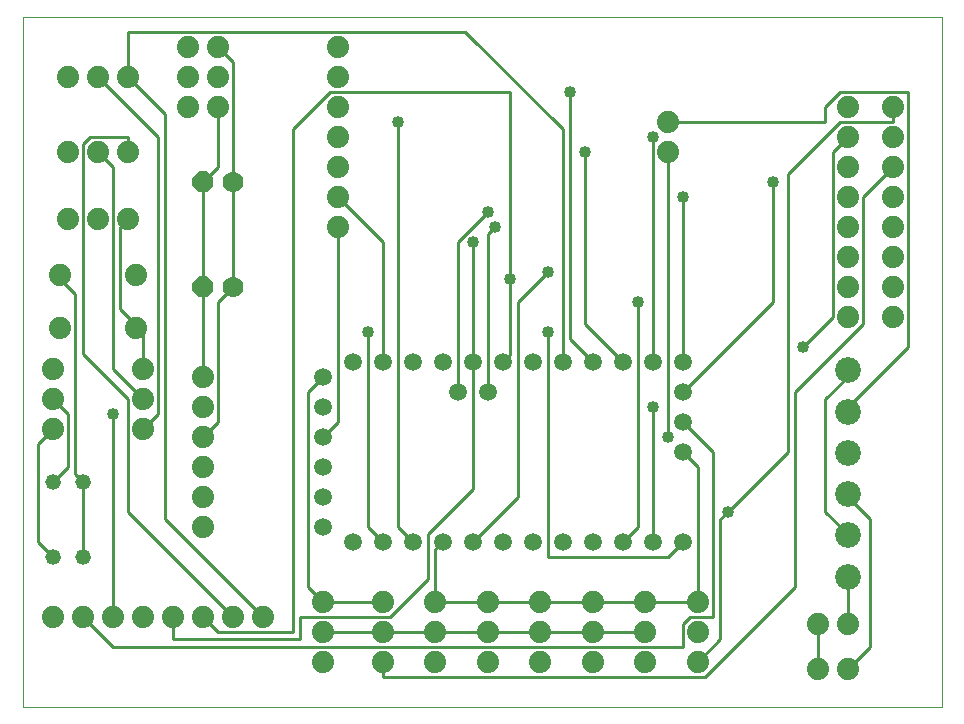
<source format=gtl>
G75*
%MOIN*%
%OFA0B0*%
%FSLAX25Y25*%
%IPPOS*%
%LPD*%
%AMOC8*
5,1,8,0,0,1.08239X$1,22.5*
%
%ADD10C,0.00000*%
%ADD11C,0.08600*%
%ADD12C,0.05200*%
%ADD13C,0.05937*%
%ADD14C,0.07400*%
%ADD15OC8,0.07000*%
%ADD16C,0.07000*%
%ADD17C,0.01000*%
%ADD18C,0.04000*%
D10*
X0001000Y0002367D02*
X0001000Y0232327D01*
X0307201Y0232327D01*
X0307201Y0002367D01*
X0001000Y0002367D01*
D11*
X0276000Y0045674D03*
X0276000Y0059453D03*
X0276000Y0073174D03*
X0276000Y0086953D03*
X0276000Y0100674D03*
X0276000Y0114453D03*
D12*
X0021000Y0077367D03*
X0011000Y0077367D03*
X0011000Y0052367D03*
X0021000Y0052367D03*
D13*
X0101000Y0062367D03*
X0101000Y0072367D03*
X0101000Y0082367D03*
X0101000Y0092367D03*
X0101000Y0102367D03*
X0101000Y0112367D03*
X0111000Y0117367D03*
X0121000Y0117367D03*
X0131000Y0117367D03*
X0141000Y0117367D03*
X0151000Y0117367D03*
X0161000Y0117367D03*
X0171000Y0117367D03*
X0181000Y0117367D03*
X0191000Y0117367D03*
X0201000Y0117367D03*
X0211000Y0117367D03*
X0221000Y0117367D03*
X0221000Y0107367D03*
X0221000Y0097367D03*
X0221000Y0087367D03*
X0221000Y0057367D03*
X0211000Y0057367D03*
X0201000Y0057367D03*
X0191000Y0057367D03*
X0181000Y0057367D03*
X0171000Y0057367D03*
X0161000Y0057367D03*
X0151000Y0057367D03*
X0141000Y0057367D03*
X0131000Y0057367D03*
X0121000Y0057367D03*
X0111000Y0057367D03*
X0146000Y0107367D03*
X0156000Y0107367D03*
D14*
X0106000Y0162367D03*
X0106000Y0172367D03*
X0106000Y0182367D03*
X0106000Y0192367D03*
X0106000Y0202367D03*
X0106000Y0212367D03*
X0106000Y0222367D03*
X0066000Y0222367D03*
X0056000Y0222367D03*
X0056000Y0212367D03*
X0066000Y0212367D03*
X0066000Y0202367D03*
X0056000Y0202367D03*
X0036000Y0212367D03*
X0026000Y0212367D03*
X0016000Y0212367D03*
X0016000Y0187367D03*
X0026000Y0187367D03*
X0036000Y0187367D03*
X0036000Y0164867D03*
X0026000Y0164867D03*
X0016000Y0164867D03*
X0013200Y0146267D03*
X0013200Y0128467D03*
X0011000Y0114867D03*
X0011000Y0104867D03*
X0011000Y0094867D03*
X0041000Y0094867D03*
X0041000Y0104867D03*
X0041000Y0114867D03*
X0038800Y0128467D03*
X0038800Y0146267D03*
X0061000Y0112367D03*
X0061000Y0102367D03*
X0061000Y0092367D03*
X0061000Y0082367D03*
X0061000Y0072367D03*
X0061000Y0062367D03*
X0061000Y0032367D03*
X0051000Y0032367D03*
X0041000Y0032367D03*
X0031000Y0032367D03*
X0021000Y0032367D03*
X0011000Y0032367D03*
X0071000Y0032367D03*
X0081000Y0032367D03*
X0101000Y0037367D03*
X0101000Y0027367D03*
X0101000Y0017367D03*
X0121000Y0017367D03*
X0121000Y0027367D03*
X0121000Y0037367D03*
X0138500Y0037367D03*
X0138500Y0027367D03*
X0138500Y0017367D03*
X0156000Y0017367D03*
X0156000Y0027367D03*
X0156000Y0037367D03*
X0173500Y0037367D03*
X0173500Y0027367D03*
X0173500Y0017367D03*
X0191000Y0017367D03*
X0191000Y0027367D03*
X0191000Y0037367D03*
X0208500Y0037367D03*
X0208500Y0027367D03*
X0208500Y0017367D03*
X0226000Y0017367D03*
X0226000Y0027367D03*
X0226000Y0037367D03*
X0266000Y0029867D03*
X0276000Y0029867D03*
X0276000Y0014867D03*
X0266000Y0014867D03*
X0276000Y0132367D03*
X0276000Y0142367D03*
X0276000Y0152367D03*
X0276000Y0162367D03*
X0276000Y0172367D03*
X0276000Y0182367D03*
X0276000Y0192367D03*
X0276000Y0202367D03*
X0291000Y0202367D03*
X0291000Y0192367D03*
X0291000Y0182367D03*
X0291000Y0172367D03*
X0291000Y0162367D03*
X0291000Y0152367D03*
X0291000Y0142367D03*
X0291000Y0132367D03*
X0216000Y0187367D03*
X0216000Y0197367D03*
D15*
X0061000Y0177367D03*
X0061000Y0142367D03*
D16*
X0071000Y0142367D03*
X0071000Y0177367D03*
D17*
X0071000Y0217367D01*
X0066000Y0222367D01*
X0066000Y0202367D02*
X0066000Y0182367D01*
X0061000Y0177367D01*
X0061000Y0142367D01*
X0061000Y0112367D01*
X0046000Y0099867D02*
X0046000Y0192367D01*
X0026000Y0212367D01*
X0036000Y0212367D02*
X0036000Y0227367D01*
X0148500Y0227367D01*
X0181000Y0194867D01*
X0181000Y0117367D01*
X0183500Y0124867D02*
X0183500Y0207367D01*
X0163500Y0207367D02*
X0163500Y0144867D01*
X0163500Y0119867D01*
X0161000Y0117367D01*
X0151000Y0117367D02*
X0151000Y0157367D01*
X0146000Y0157367D02*
X0146000Y0107367D01*
X0156000Y0107367D02*
X0156000Y0159867D01*
X0158500Y0162367D01*
X0156000Y0167367D02*
X0146000Y0157367D01*
X0121000Y0157367D02*
X0121000Y0117367D01*
X0116000Y0127367D02*
X0116000Y0062367D01*
X0121000Y0057367D01*
X0126000Y0062367D02*
X0126000Y0197367D01*
X0103500Y0207367D02*
X0163500Y0207367D01*
X0188500Y0187367D02*
X0188500Y0129867D01*
X0201000Y0117367D01*
X0211000Y0117367D02*
X0211000Y0192367D01*
X0216000Y0197367D02*
X0268500Y0197367D01*
X0268500Y0202367D01*
X0273500Y0207367D01*
X0296000Y0207367D01*
X0296000Y0122367D01*
X0276000Y0102367D01*
X0276000Y0100674D01*
X0268500Y0104867D02*
X0268500Y0067367D01*
X0276000Y0059867D01*
X0276000Y0059453D01*
X0283500Y0064867D02*
X0276000Y0072367D01*
X0276000Y0073174D01*
X0283500Y0064867D02*
X0283500Y0022367D01*
X0276000Y0014867D01*
X0266000Y0014867D02*
X0266000Y0029867D01*
X0276000Y0029867D02*
X0276000Y0045674D01*
X0258500Y0042367D02*
X0228500Y0012367D01*
X0121000Y0012367D01*
X0121000Y0017367D01*
X0121000Y0027367D02*
X0138500Y0027367D01*
X0156000Y0027367D01*
X0173500Y0027367D01*
X0191000Y0027367D01*
X0208500Y0027367D01*
X0208500Y0037367D02*
X0226000Y0037367D01*
X0226000Y0082367D01*
X0221000Y0087367D01*
X0216000Y0092367D02*
X0216000Y0187367D01*
X0221000Y0172367D02*
X0221000Y0117367D01*
X0221000Y0107367D02*
X0251000Y0137367D01*
X0251000Y0177367D01*
X0256000Y0179867D02*
X0273500Y0197367D01*
X0291000Y0197367D01*
X0291000Y0202367D01*
X0276000Y0192367D02*
X0271000Y0187367D01*
X0271000Y0132367D01*
X0261000Y0122367D01*
X0276000Y0114453D02*
X0276000Y0112367D01*
X0268500Y0104867D01*
X0258500Y0107367D02*
X0258500Y0042367D01*
X0233500Y0024867D02*
X0226000Y0017367D01*
X0221000Y0022367D02*
X0221000Y0029867D01*
X0223500Y0032367D01*
X0231000Y0032367D01*
X0231000Y0087367D01*
X0221000Y0097367D01*
X0211000Y0102367D02*
X0211000Y0057367D01*
X0206000Y0062367D02*
X0201000Y0057367D01*
X0206000Y0062367D02*
X0206000Y0137367D01*
X0191000Y0117367D02*
X0183500Y0124867D01*
X0176000Y0127367D02*
X0176000Y0052367D01*
X0216000Y0052367D01*
X0221000Y0057367D01*
X0233500Y0064867D02*
X0233500Y0024867D01*
X0221000Y0022367D02*
X0031000Y0022367D01*
X0021000Y0032367D01*
X0031000Y0032367D02*
X0031000Y0099867D01*
X0036000Y0104867D02*
X0021000Y0119867D01*
X0021000Y0189867D01*
X0023500Y0192367D01*
X0036000Y0192367D01*
X0036000Y0187367D01*
X0031000Y0182367D02*
X0026000Y0187367D01*
X0031000Y0182367D02*
X0031000Y0114867D01*
X0041000Y0104867D01*
X0036000Y0104867D02*
X0036000Y0067367D01*
X0071000Y0032367D01*
X0066000Y0027367D02*
X0091000Y0027367D01*
X0091000Y0194867D01*
X0103500Y0207367D01*
X0071000Y0177367D02*
X0071000Y0142367D01*
X0066000Y0137367D01*
X0066000Y0097367D01*
X0061000Y0092367D01*
X0046000Y0099867D02*
X0041000Y0094867D01*
X0021000Y0077367D02*
X0018500Y0079867D01*
X0018500Y0139867D01*
X0013500Y0144867D01*
X0013200Y0146267D01*
X0033500Y0134867D02*
X0038500Y0129867D01*
X0038800Y0128467D01*
X0041000Y0127367D01*
X0041000Y0114867D01*
X0033500Y0134867D02*
X0033500Y0162367D01*
X0036000Y0164867D01*
X0048500Y0199867D02*
X0036000Y0212367D01*
X0048500Y0199867D02*
X0048500Y0064867D01*
X0081000Y0032367D01*
X0093500Y0032367D02*
X0093500Y0024867D01*
X0051000Y0024867D01*
X0051000Y0032367D01*
X0061000Y0032367D02*
X0066000Y0027367D01*
X0093500Y0032367D02*
X0123500Y0032367D01*
X0136000Y0044867D01*
X0136000Y0059867D01*
X0151000Y0074867D01*
X0151000Y0117367D01*
X0166000Y0137367D02*
X0166000Y0072367D01*
X0151000Y0057367D01*
X0141000Y0057367D02*
X0138500Y0054867D01*
X0138500Y0037367D01*
X0156000Y0037367D01*
X0173500Y0037367D01*
X0191000Y0037367D01*
X0208500Y0037367D01*
X0233500Y0064867D02*
X0236000Y0067367D01*
X0256000Y0087367D01*
X0256000Y0179867D01*
X0281000Y0172367D02*
X0281000Y0129867D01*
X0258500Y0107367D01*
X0176000Y0147367D02*
X0166000Y0137367D01*
X0121000Y0157367D02*
X0106000Y0172367D01*
X0106000Y0162367D02*
X0106000Y0097367D01*
X0101000Y0092367D01*
X0096000Y0107367D02*
X0096000Y0042367D01*
X0101000Y0037367D01*
X0121000Y0037367D01*
X0121000Y0027367D02*
X0101000Y0027367D01*
X0131000Y0057367D02*
X0126000Y0062367D01*
X0096000Y0107367D02*
X0101000Y0112367D01*
X0021000Y0077367D02*
X0021000Y0052367D01*
X0011000Y0052367D02*
X0006000Y0057367D01*
X0006000Y0089867D01*
X0011000Y0094867D01*
X0016000Y0099867D02*
X0011000Y0104867D01*
X0016000Y0099867D02*
X0016000Y0082367D01*
X0011000Y0077367D01*
X0281000Y0172367D02*
X0291000Y0182367D01*
D18*
X0251000Y0177367D03*
X0221000Y0172367D03*
X0211000Y0192367D03*
X0188500Y0187367D03*
X0183500Y0207367D03*
X0156000Y0167367D03*
X0158500Y0162367D03*
X0151000Y0157367D03*
X0163500Y0144867D03*
X0176000Y0147367D03*
X0176000Y0127367D03*
X0206000Y0137367D03*
X0211000Y0102367D03*
X0216000Y0092367D03*
X0236000Y0067367D03*
X0261000Y0122367D03*
X0126000Y0197367D03*
X0116000Y0127367D03*
X0031000Y0099867D03*
M02*

</source>
